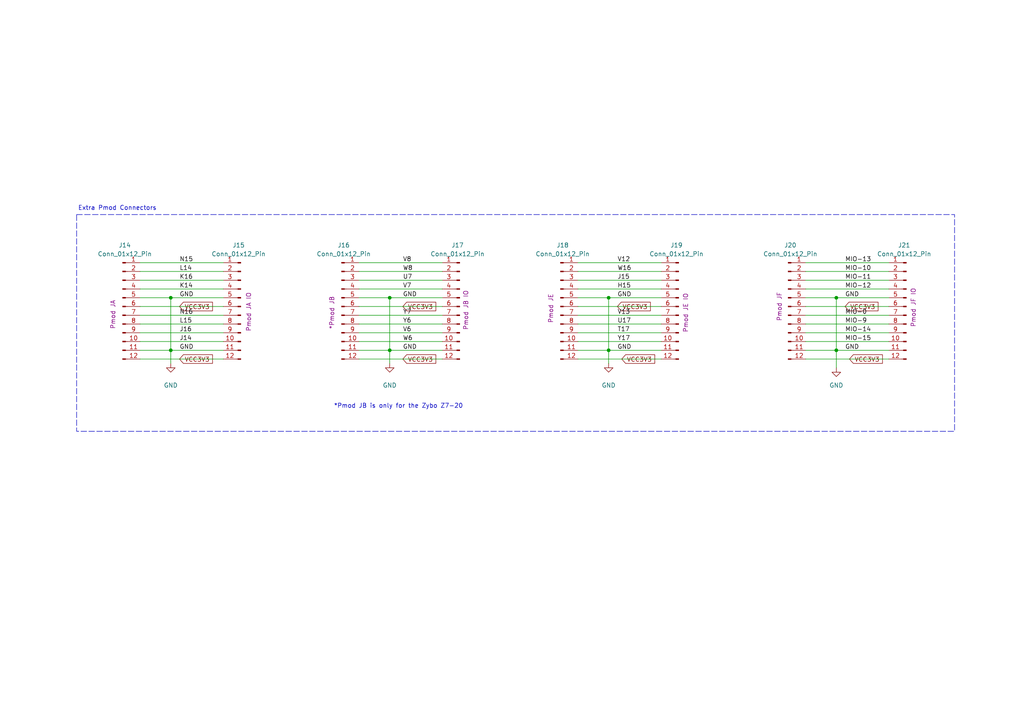
<source format=kicad_sch>
(kicad_sch (version 20231120) (generator "eeschema") (generator_version "8.0")
  (paper "A4")
  (lib_symbols
    (symbol "Connector:Conn_01x12_Pin" (pin_names (offset 1.016) hide)
      (property "Reference" "J" (at 0 15.24 0))
      (property "Value" "Conn_01x12_Pin" (at 0 -17.78 0))
      (symbol "Conn_01x12_Pin_1_1"
        (polyline (pts (xy 1.27 -15.24) (xy 0.8636 -15.24)) (stroke (width 0.1524)))
        (polyline (pts (xy 1.27 -12.7) (xy 0.8636 -12.7)) (stroke (width 0.1524)))
        (polyline (pts (xy 1.27 -10.16) (xy 0.8636 -10.16)) (stroke (width 0.1524)))
        (polyline (pts (xy 1.27 -7.62) (xy 0.8636 -7.62)) (stroke (width 0.1524)))
        (polyline (pts (xy 1.27 -5.08) (xy 0.8636 -5.08)) (stroke (width 0.1524)))
        (polyline (pts (xy 1.27 -2.54) (xy 0.8636 -2.54)) (stroke (width 0.1524)))
        (polyline (pts (xy 1.27 0) (xy 0.8636 0)) (stroke (width 0.1524)))
        (polyline (pts (xy 1.27 2.54) (xy 0.8636 2.54)) (stroke (width 0.1524)))
        (polyline (pts (xy 1.27 5.08) (xy 0.8636 5.08)) (stroke (width 0.1524)))
        (polyline (pts (xy 1.27 7.62) (xy 0.8636 7.62)) (stroke (width 0.1524)))
        (polyline (pts (xy 1.27 10.16) (xy 0.8636 10.16)) (stroke (width 0.1524)))
        (polyline (pts (xy 1.27 12.7) (xy 0.8636 12.7)) (stroke (width 0.1524)))
        (rectangle (start 0.8636 -15.113) (end 0 -15.367) (stroke (width 0.1524)) (fill (type outline)))
        (rectangle (start 0.8636 -12.573) (end 0 -12.827) (stroke (width 0.1524)) (fill (type outline)))
        (rectangle (start 0.8636 -10.033) (end 0 -10.287) (stroke (width 0.1524)) (fill (type outline)))
        (rectangle (start 0.8636 -7.493) (end 0 -7.747) (stroke (width 0.1524)) (fill (type outline)))
        (rectangle (start 0.8636 -4.953) (end 0 -5.207) (stroke (width 0.1524)) (fill (type outline)))
        (rectangle (start 0.8636 -2.413) (end 0 -2.667) (stroke (width 0.1524)) (fill (type outline)))
        (rectangle (start 0.8636 0.127) (end 0 -0.127) (stroke (width 0.1524)) (fill (type outline)))
        (rectangle (start 0.8636 2.667) (end 0 2.413) (stroke (width 0.1524)) (fill (type outline)))
        (rectangle (start 0.8636 5.207) (end 0 4.953) (stroke (width 0.1524)) (fill (type outline)))
        (rectangle (start 0.8636 7.747) (end 0 7.493) (stroke (width 0.1524)) (fill (type outline)))
        (rectangle (start 0.8636 10.287) (end 0 10.033) (stroke (width 0.1524)) (fill (type outline)))
        (rectangle (start 0.8636 12.827) (end 0 12.573) (stroke (width 0.1524)) (fill (type outline)))
        (pin passive line (at 5.08 12.7 180) (length 3.81) (name "Pin_1") (number "1"))
        (pin passive line (at 5.08 -10.16 180) (length 3.81) (name "Pin_10") (number "10"))
        (pin passive line (at 5.08 -12.7 180) (length 3.81) (name "Pin_11") (number "11"))
        (pin passive line (at 5.08 -15.24 180) (length 3.81) (name "Pin_12") (number "12"))
        (pin passive line (at 5.08 10.16 180) (length 3.81) (name "Pin_2") (number "2"))
        (pin passive line (at 5.08 7.62 180) (length 3.81) (name "Pin_3") (number "3"))
        (pin passive line (at 5.08 5.08 180) (length 3.81) (name "Pin_4") (number "4"))
        (pin passive line (at 5.08 2.54 180) (length 3.81) (name "Pin_5") (number "5"))
        (pin passive line (at 5.08 0 180) (length 3.81) (name "Pin_6") (number "6"))
        (pin passive line (at 5.08 -2.54 180) (length 3.81) (name "Pin_7") (number "7"))
        (pin passive line (at 5.08 -5.08 180) (length 3.81) (name "Pin_8") (number "8"))
        (pin passive line (at 5.08 -7.62 180) (length 3.81) (name "Pin_9") (number "9"))
      )
    )
    (symbol "power:GND" (power) (pin_numbers hide) (pin_names (offset 0) hide)
      (property "Value" "GND" (at 0 -3.81 0))
      (symbol "GND_0_1"
        (polyline (pts (xy 0 0) (xy 0 -1.27) (xy 1.27 -1.27) (xy 0 -2.54) (xy -1.27 -1.27) (xy 0 -1.27)))
      )
      (symbol "GND_1_1"
        (pin power_in line (at 0 0 270) (length 0) (name "~") (number "1"))
      )
    )
  )
  (junction (at 49.53 86.36))
  (junction (at 242.57 86.36))
  (junction (at 242.57 101.6))
  (junction (at 113.03 101.6))
  (junction (at 49.53 101.6))
  (junction (at 176.53 101.6))
  (junction (at 176.53 86.36))
  (junction (at 113.03 86.36))
  (wire (pts (xy 167.64 76.2) (xy 191.77 76.2)))
  (wire (pts (xy 176.53 86.36) (xy 191.77 86.36)))
  (wire (pts (xy 167.64 93.98) (xy 191.77 93.98)))
  (wire (pts (xy 233.68 81.28) (xy 257.81 81.28)))
  (wire (pts (xy 40.64 81.28) (xy 64.77 81.28)))
  (wire (pts (xy 167.64 83.82) (xy 191.77 83.82)))
  (wire (pts (xy 167.64 101.6) (xy 176.53 101.6)))
  (wire (pts (xy 40.64 86.36) (xy 49.53 86.36)))
  (wire (pts (xy 233.68 104.14) (xy 257.81 104.14)))
  (wire (pts (xy 104.14 91.44) (xy 128.27 91.44)))
  (wire (pts (xy 233.68 88.9) (xy 257.81 88.9)))
  (wire (pts (xy 49.53 86.36) (xy 64.77 86.36)))
  (wire (pts (xy 49.53 101.6) (xy 64.77 101.6)))
  (wire (pts (xy 233.68 91.44) (xy 257.81 91.44)))
  (wire (pts (xy 167.64 78.74) (xy 191.77 78.74)))
  (wire (pts (xy 104.14 78.74) (xy 128.27 78.74)))
  (wire (pts (xy 167.64 91.44) (xy 191.77 91.44)))
  (wire (pts (xy 104.14 81.28) (xy 128.27 81.28)))
  (wire (pts (xy 104.14 99.06) (xy 128.27 99.06)))
  (wire (pts (xy 233.68 101.6) (xy 242.57 101.6)))
  (wire (pts (xy 40.64 78.74) (xy 64.77 78.74)))
  (wire (pts (xy 40.64 83.82) (xy 64.77 83.82)))
  (wire (pts (xy 242.57 86.36) (xy 242.57 101.6)))
  (wire (pts (xy 242.57 86.36) (xy 257.81 86.36)))
  (wire (pts (xy 242.57 101.6) (xy 257.81 101.6)))
  (wire (pts (xy 167.64 81.28) (xy 191.77 81.28)))
  (wire (pts (xy 104.14 76.2) (xy 128.27 76.2)))
  (wire (pts (xy 40.64 99.06) (xy 64.77 99.06)))
  (wire (pts (xy 104.14 86.36) (xy 113.03 86.36)))
  (wire (pts (xy 167.64 96.52) (xy 191.77 96.52)))
  (wire (pts (xy 176.53 101.6) (xy 176.53 105.41)))
  (wire (pts (xy 176.53 86.36) (xy 176.53 101.6)))
  (wire (pts (xy 167.64 104.14) (xy 191.77 104.14)))
  (wire (pts (xy 176.53 101.6) (xy 191.77 101.6)))
  (wire (pts (xy 40.64 91.44) (xy 64.77 91.44)))
  (wire (pts (xy 113.03 101.6) (xy 113.03 105.41)))
  (wire (pts (xy 233.68 83.82) (xy 257.81 83.82)))
  (wire (pts (xy 233.68 99.06) (xy 257.81 99.06)))
  (wire (pts (xy 104.14 88.9) (xy 128.27 88.9)))
  (wire (pts (xy 104.14 93.98) (xy 128.27 93.98)))
  (wire (pts (xy 104.14 104.14) (xy 128.27 104.14)))
  (wire (pts (xy 233.68 78.74) (xy 257.81 78.74)))
  (wire (pts (xy 167.64 88.9) (xy 191.77 88.9)))
  (wire (pts (xy 40.64 104.14) (xy 64.77 104.14)))
  (wire (pts (xy 113.03 86.36) (xy 128.27 86.36)))
  (wire (pts (xy 233.68 93.98) (xy 257.81 93.98)))
  (wire (pts (xy 40.64 88.9) (xy 64.77 88.9)))
  (wire (pts (xy 113.03 101.6) (xy 128.27 101.6)))
  (wire (pts (xy 40.64 96.52) (xy 64.77 96.52)))
  (wire (pts (xy 233.68 76.2) (xy 257.81 76.2)))
  (wire (pts (xy 104.14 101.6) (xy 113.03 101.6)))
  (wire (pts (xy 104.14 83.82) (xy 128.27 83.82)))
  (wire (pts (xy 167.64 86.36) (xy 176.53 86.36)))
  (wire (pts (xy 242.57 101.6) (xy 242.57 106.68)))
  (wire (pts (xy 104.14 96.52) (xy 128.27 96.52)))
  (wire (pts (xy 49.53 86.36) (xy 49.53 101.6)))
  (wire (pts (xy 233.68 96.52) (xy 257.81 96.52)))
  (wire (pts (xy 40.64 76.2) (xy 64.77 76.2)))
  (wire (pts (xy 40.64 93.98) (xy 64.77 93.98)))
  (wire (pts (xy 40.64 101.6) (xy 49.53 101.6)))
  (wire (pts (xy 49.53 101.6) (xy 49.53 105.41)))
  (wire (pts (xy 233.68 86.36) (xy 242.57 86.36)))
  (wire (pts (xy 113.03 86.36) (xy 113.03 101.6)))
  (wire (pts (xy 167.64 99.06) (xy 191.77 99.06)))
  (rectangle (start 22.225 62.23) (end 276.86 125.095) (stroke (width 0) (type dash)))
  (text "*Pmod JB is only for the Zybo Z7-20" (at 115.57 117.856 0) (effects (font (size 1.27 1.27))))
  (text "Extra Pmod Connectors" (at 34.036 60.452 0) (effects (font (size 1.27 1.27))))
  (label "MIO-14" (at 245.11 96.52 0))
  (label "J16" (at 52.07 96.52 0))
  (label "H15" (at 179.07 83.82 0))
  (label "GND" (at 179.07 101.6 0))
  (label "MIO-12" (at 245.11 83.82 0))
  (label "GND" (at 245.11 86.36 0))
  (label "V7" (at 116.84 83.82 0))
  (label "J15" (at 179.07 81.28 0))
  (label "MIO-15" (at 245.11 99.06 0))
  (label "GND" (at 52.07 86.36 0))
  (label "MIO-11" (at 245.11 81.28 0))
  (label "T17" (at 179.07 96.52 0))
  (label "W8" (at 116.84 78.74 0))
  (label "K14" (at 52.07 83.82 0))
  (label "V6" (at 116.84 96.52 0))
  (label "V13" (at 179.07 91.44 0))
  (label "Y7" (at 116.84 91.44 0))
  (label "GND" (at 245.11 101.6 0))
  (label "J14" (at 52.07 99.06 0))
  (label "GND" (at 179.07 86.36 0))
  (label "U7" (at 116.84 81.28 0))
  (label "GND" (at 116.84 86.36 0))
  (label "N15" (at 52.07 76.2 0))
  (label "MIO-10" (at 245.11 78.74 0))
  (label "V8" (at 116.84 76.2 0))
  (label "Y6" (at 116.84 93.98 0))
  (label "MIO-9" (at 245.11 93.98 0))
  (label "MIO-13" (at 245.11 76.2 0))
  (label "W6" (at 116.84 99.06 0))
  (label "K16" (at 52.07 81.28 0))
  (label "L14" (at 52.07 78.74 0))
  (label "Y17" (at 179.07 99.06 0))
  (label "U17" (at 179.07 93.98 0))
  (label "MIO-0" (at 245.11 91.44 0))
  (label "V12" (at 179.07 76.2 0))
  (label "GND" (at 52.07 101.6 0))
  (label "GND" (at 116.84 101.6 0))
  (label "W16" (at 179.07 78.74 0))
  (label "N16" (at 52.07 91.44 0))
  (label "L15" (at 52.07 93.98 0))
  (global_label "VCC3V3" (shape input) (at 246.38 104.14 0) (property "Intersheetrefs" "${INTERSHEET_REFS}" (effects (hide yes))))
  (global_label "VCC3V3" (shape input) (at 179.07 88.9 0) (property "Intersheetrefs" "${INTERSHEET_REFS}" (effects (hide yes))))
  (global_label "VCC3V3" (shape input) (at 180.34 104.14 0) (property "Intersheetrefs" "${INTERSHEET_REFS}" (effects (hide yes))))
  (global_label "VCC3V3" (shape input) (at 52.07 88.9 0) (property "Intersheetrefs" "${INTERSHEET_REFS}" (effects (hide yes))))
  (global_label "VCC3V3" (shape input) (at 116.84 104.14 0) (property "Intersheetrefs" "${INTERSHEET_REFS}" (effects (hide yes))))
  (global_label "VCC3V3" (shape input) (at 245.11 88.9 0) (property "Intersheetrefs" "${INTERSHEET_REFS}" (effects (hide yes))))
  (global_label "VCC3V3" (shape input) (at 52.07 104.14 0) (property "Intersheetrefs" "${INTERSHEET_REFS}" (effects (hide yes))))
  (global_label "VCC3V3" (shape input) (at 116.84 88.9 0) (property "Intersheetrefs" "${INTERSHEET_REFS}" (effects (hide yes))))
  (symbol (lib_id "power:GND") (at 113.03 105.41 0) (unit 1)
    (property "Reference" "#PWR04" (effects (hide yes)))
    (property "Value" "GND" (at 113.03 111.76 0))
    (property "Description" "Power symbol creates a global label with name \"GND\" , ground" (effects (hide yes)))
  )
  (symbol (lib_id "Connector:Conn_01x12_Pin") (at 99.06 88.9 0) (unit 1)
    (property "Reference" "J16" (at 99.695 71.12 0))
    (property "Value" "Conn_01x12_Pin" (at 99.695 73.66 0))
    (property "Footprint" "Library:PinSocket_2x06_P2.54mm_Vertical_zybo_mod" (effects (hide yes)))
    (property "Description" "Generic connector, single row, 01x12, script generated" (effects (hide yes)))
    (property "Purpose" "*Pmod JB" (at 96.266 90.678 90))
  )
  (symbol (lib_id "power:GND") (at 49.53 105.41 0) (unit 1)
    (property "Reference" "#PWR03" (effects (hide yes)))
    (property "Value" "GND" (at 49.53 111.76 0))
    (property "Description" "Power symbol creates a global label with name \"GND\" , ground" (effects (hide yes)))
  )
  (symbol (lib_id "power:GND") (at 242.57 106.68 0) (unit 1)
    (property "Reference" "#PWR06" (effects (hide yes)))
    (property "Value" "GND" (at 242.57 111.76 0))
    (property "Description" "Power symbol creates a global label with name \"GND\" , ground" (effects (hide yes)))
  )
  (symbol (lib_id "Connector:Conn_01x12_Pin") (at 35.56 88.9 0) (unit 1)
    (property "Reference" "J14" (at 36.195 71.12 0))
    (property "Value" "Conn_01x12_Pin" (at 36.195 73.66 0))
    (property "Footprint" "Library:PinSocket_2x06_P2.54mm_Vertical_zybo_mod" (effects (hide yes)))
    (property "Description" "Generic connector, single row, 01x12, script generated" (effects (hide yes)))
    (property "Nickname" "Pmod JA" (effects (hide yes)))
    (property "Purpose" "Pmod JA" (at 32.766 91.186 90))
  )
  (symbol (lib_id "Connector:Conn_01x12_Pin") (at 262.89 88.9 0) (mirror y) (unit 1)
    (property "Reference" "J21" (at 262.255 71.12 0))
    (property "Value" "Conn_01x12_Pin" (at 262.255 73.66 0))
    (property "Footprint" "Library:PinHeader_2x06_P2.54mm_Horizontal_zybo_mod" (effects (hide yes)))
    (property "Description" "Generic connector, single row, 01x12, script generated" (effects (hide yes)))
    (property "Purpose" "Pmod JF IO" (at 264.922 89.154 90))
  )
  (symbol (lib_id "Connector:Conn_01x12_Pin") (at 196.85 88.9 0) (mirror y) (unit 1)
    (property "Reference" "J19" (at 196.215 71.12 0))
    (property "Value" "Conn_01x12_Pin" (at 196.215 73.66 0))
    (property "Footprint" "Library:PinHeader_2x06_P2.54mm_Horizontal_zybo_mod" (effects (hide yes)))
    (property "Description" "Generic connector, single row, 01x12, script generated" (effects (hide yes)))
    (property "Purpose" "Pmod JE IO" (at 198.882 90.678 90))
  )
  (symbol (lib_id "Connector:Conn_01x12_Pin") (at 162.56 88.9 0) (unit 1)
    (property "Reference" "J18" (at 163.195 71.12 0))
    (property "Value" "Conn_01x12_Pin" (at 163.195 73.66 0))
    (property "Footprint" "Library:PinSocket_2x06_P2.54mm_Vertical_zybo_mod" (effects (hide yes)))
    (property "Description" "Generic connector, single row, 01x12, script generated" (effects (hide yes)))
    (property "Purpose" "Pmod JE" (at 159.766 89.408 90))
  )
  (symbol (lib_id "Connector:Conn_01x12_Pin") (at 69.85 88.9 0) (mirror y) (unit 1)
    (property "Reference" "J15" (at 69.215 71.12 0))
    (property "Value" "Conn_01x12_Pin" (at 69.215 73.66 0))
    (property "Footprint" "Library:PinHeader_2x06_P2.54mm_Horizontal_zybo_mod" (effects (hide yes)))
    (property "Description" "Generic connector, single row, 01x12, script generated" (effects (hide yes)))
    (property "Nickname" "Pmod JA IO" (effects (hide yes)))
    (property "Purpose" "Pmod JA IO" (at 72.136 90.424 90))
  )
  (symbol (lib_id "Connector:Conn_01x12_Pin") (at 228.6 88.9 0) (unit 1)
    (property "Reference" "J20" (at 229.235 71.12 0))
    (property "Value" "Conn_01x12_Pin" (at 229.235 73.66 0))
    (property "Footprint" "Library:PinSocket_2x06_P2.54mm_Vertical_zybo_mod" (effects (hide yes)))
    (property "Description" "Generic connector, single row, 01x12, script generated" (effects (hide yes)))
    (property "Nickname" "Pmod JF" (effects (hide yes)))
    (property "Purpose" "Pmod JF" (at 226.06 88.9 90))
  )
  (symbol (lib_id "Connector:Conn_01x12_Pin") (at 133.35 88.9 0) (mirror y) (unit 1)
    (property "Reference" "J17" (at 132.715 71.12 0))
    (property "Value" "Conn_01x12_Pin" (at 132.715 73.66 0))
    (property "Footprint" "Library:PinHeader_2x06_P2.54mm_Horizontal_zybo_mod" (effects (hide yes)))
    (property "Description" "Generic connector, single row, 01x12, script generated" (effects (hide yes)))
    (property "Purpose" "Pmod JB IO" (at 135.128 89.916 90))
  )
  (symbol (lib_id "power:GND") (at 176.53 105.41 0) (unit 1)
    (property "Reference" "#PWR05" (effects (hide yes)))
    (property "Value" "GND" (at 176.53 111.76 0))
    (property "Description" "Power symbol creates a global label with name \"GND\" , ground" (effects (hide yes)))
  )
)
</source>
